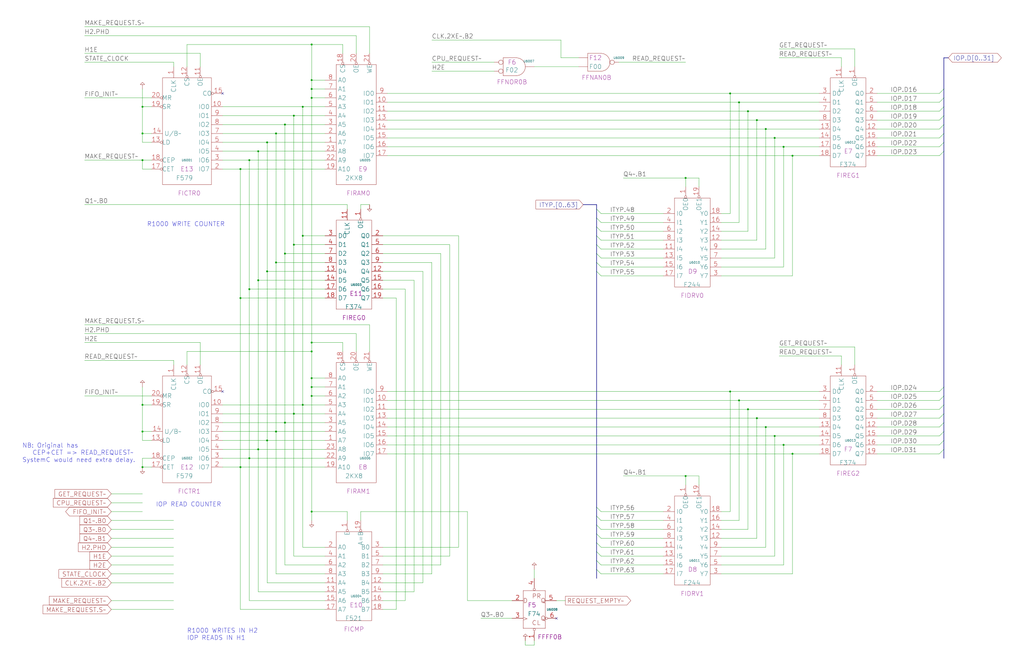
<source format=kicad_sch>
(kicad_sch (version 20230121) (generator eeschema)
  (paper "User" 584.2 378.46)
  (title_block (title "FIFOS\\nREQUEST FIFO") (date "22-SEP-90") (rev "2.0") (comment 1 "IOC") (comment 2 "232-003061") (comment 3 "S400") (comment 4 "RELEASED"))
  (lib_symbols
    (symbol "r1000:2KX8" (pin_names (offset 1.016))
      (property "Reference" "U" (at 2.54 5.08 0))
      (property "Value" "2KX8" (at -8.89 -5.08 0))
      (property "Location" "___" (at -1.27 0 0))
      (property "Name" "______" (at -1.27 -15.24 0))
      (symbol "2KX8_1_1"
        (rectangle (start -13.97 59.69) (end 8.89 -8.89))
        (circle (center -10.16 60.325) (radius 0.635))
        (circle (center -2.54 60.325) (radius 0.635))
        (circle (center 5.08 60.325) (radius 0.635))
        (pin input line (at -20.32 15.24 0) (length 6.35) (name "A7") (number "1"))
        (pin bidirectional line (at 15.24 38.1 180) (length 6.35) (name "IO1") (number "10"))
        (pin bidirectional line (at 15.24 33.02 180) (length 6.35) (name "IO2") (number "11"))
        (pin bidirectional line (at 15.24 27.94 180) (length 6.35) (name "IO3") (number "13"))
        (pin bidirectional line (at 15.24 22.86 180) (length 6.35) (name "IO4") (number "14"))
        (pin bidirectional line (at 15.24 17.78 180) (length 6.35) (name "IO5") (number "15"))
        (pin bidirectional line (at 15.24 12.7 180) (length 6.35) (name "IO6") (number "16"))
        (pin bidirectional line (at 15.24 7.62 180) (length 6.35) (name "IO7") (number "17"))
        (pin input line (at -10.16 66.04 270) (length 5.08) (name "CS") (number "18"))
        (pin input line (at -20.32 0 0) (length 6.35) (name "A10") (number "19"))
        (pin input line (at -20.32 20.32 0) (length 6.35) (name "A6") (number "2"))
        (pin input line (at -2.54 66.04 270) (length 5.08) (name "OE") (number "20"))
        (pin input line (at 5.08 66.04 270) (length 5.08) (name "WE") (number "21"))
        (pin input line (at -20.32 5.08 0) (length 6.35) (name "A9") (number "22"))
        (pin input line (at -20.32 10.16 0) (length 6.35) (name "A8") (number "23"))
        (pin input line (at -20.32 25.4 0) (length 6.35) (name "A5") (number "3"))
        (pin input line (at -20.32 30.48 0) (length 6.35) (name "A4") (number "4"))
        (pin input line (at -20.32 35.56 0) (length 6.35) (name "A3") (number "5"))
        (pin input line (at -20.32 40.64 0) (length 6.35) (name "A2") (number "6"))
        (pin input line (at -20.32 45.72 0) (length 6.35) (name "A1") (number "7"))
        (pin input line (at -20.32 50.8 0) (length 6.35) (name "A0") (number "8"))
        (pin bidirectional line (at 15.24 43.18 180) (length 6.35) (name "IO0") (number "9"))
      )
    )
    (symbol "r1000:F00" (pin_numbers hide) (pin_names hide)
      (property "Reference" "U" (at 15.24 0 0))
      (property "Value" "F00" (at 1.905 -5.08 0))
      (property "Location" "___" (at 1.905 0 0))
      (property "Name" "______" (at 2.54 -12.7 0))
      (symbol "F00_0_1"
        (polyline (pts (xy -2.54 -7.62) (xy 5.08 -7.62)) (stroke (width 0.1524)))
        (polyline (pts (xy -2.54 2.54) (xy -2.54 -7.62)) (stroke (width 0.1524)))
        (polyline (pts (xy -2.54 2.54) (xy 5.08 2.54)) (stroke (width 0.1524)))
        (arc (start 5.08 -7.62) (mid 10.1282 -2.54) (end 5.08 2.54) (stroke (width 0.1524)))
        (circle (center 11.43 -2.54) (radius 1.27) (stroke (width 0.1524)))
      )
      (symbol "F00_0_2"
        (circle (center -3.81 -5.08) (radius 1.27) (stroke (width 0.1524)))
        (circle (center -3.81 0) (radius 1.27) (stroke (width 0.1524)))
        (arc (start -3.175 -7.62) (mid -2.134 -2.54) (end -3.175 2.54) (stroke (width 0.1524)))
        (polyline (pts (xy -3.175 -7.62) (xy 3.81 -7.62)) (stroke (width 0.1524)))
        (polyline (pts (xy -3.175 2.54) (xy 3.81 2.54)) (stroke (width 0.1524)))
        (arc (start 3.81 -7.62) (mid 7.5855 -5.8306) (end 10.16 -2.54) (stroke (width 0.1524)))
        (arc (start 10.16 -2.54) (mid 7.5827 0.7471) (end 3.81 2.54) (stroke (width 0.1524)))
      )
      (symbol "F00_1_1"
        (pin input line (at -7.62 0 0) (length 5.08) (name "D0") (number "1"))
        (pin input line (at -7.62 -5.08 0) (length 5.08) (name "D1") (number "2"))
        (pin output line (at 15.24 -2.54 180) (length 2.54) (name "Q") (number "3"))
      )
      (symbol "F00_1_2"
        (pin input line (at -7.62 0 0) (length 2.54) (name "D0") (number "1"))
        (pin input line (at -7.62 -5.08 0) (length 2.54) (name "D1") (number "2"))
        (pin output line (at 15.24 -2.54 180) (length 5.08) (name "Q") (number "3"))
      )
    )
    (symbol "r1000:F02" (pin_numbers hide) (pin_names hide)
      (property "Reference" "U" (at 12.16 0.635 0))
      (property "Value" "F02" (at -1.27 -4.445 0))
      (property "Location" "___" (at 2.54 0 0))
      (property "Name" "______" (at 2.54 -12.7 0))
      (symbol "F02_0_1"
        (arc (start -3.81 -7.62) (mid -2.9847 -2.54) (end -3.81 2.54) (stroke (width 0.1524)))
        (polyline (pts (xy -5.08 -5.08) (xy -3.175 -5.08)) (stroke (width 0.1524)))
        (polyline (pts (xy -5.08 0) (xy -3.175 0)) (stroke (width 0.1524)))
        (polyline (pts (xy -3.81 -7.62) (xy 2.54 -7.62)) (stroke (width 0.1524)))
        (polyline (pts (xy -3.81 2.54) (xy 2.54 2.54)) (stroke (width 0.1524)))
        (polyline (pts (xy 13.97 -2.54) (xy 12.7 -2.54)) (stroke (width 0.1524)))
        (arc (start 2.54 -7.62) (mid 6.9515 -5.9823) (end 10.16 -2.54) (stroke (width 0.1524)))
        (arc (start 10.16 -2.54) (mid 6.9478 0.8966) (end 2.54 2.54) (stroke (width 0.1524)))
        (circle (center 11.43 -2.54) (radius 1.27) (stroke (width 0.1524)))
      )
      (symbol "F02_0_2"
        (circle (center -3.81 -5.08) (radius 1.27) (stroke (width 0.1524)))
        (circle (center -3.81 0) (radius 1.27) (stroke (width 0.1524)))
        (polyline (pts (xy -2.54 -7.62) (xy 5.08 -7.62)) (stroke (width 0.1524)))
        (polyline (pts (xy -2.54 2.54) (xy -2.54 -7.62)) (stroke (width 0.1524)))
        (polyline (pts (xy -2.54 2.54) (xy 5.08 2.54)) (stroke (width 0.1524)))
        (polyline (pts (xy 11.43 -2.54) (xy 10.16 -2.54)) (stroke (width 0.1524)))
        (polyline (pts (xy 11.43 -2.54) (xy 12.7 -2.54)) (stroke (width 0.1524)))
        (arc (start 5.08 -7.62) (mid 10.1282 -2.54) (end 5.08 2.54) (stroke (width 0.1524)))
      )
      (symbol "F02_1_1"
        (pin input line (at -7.62 0 0) (length 2.54) (name "D0") (number "1"))
        (pin input line (at -7.62 -5.08 0) (length 2.54) (name "D1") (number "2"))
        (pin output line (at 15.24 -2.54 180) (length 1.27) (name "Q") (number "3"))
      )
      (symbol "F02_1_2"
        (pin input line (at -7.62 0 0) (length 2.54) (name "D0") (number "1"))
        (pin input line (at -7.62 -5.08 0) (length 2.54) (name "D1") (number "2"))
        (pin output line (at 15.24 -2.54 180) (length 2.54) (name "Q") (number "3"))
      )
    )
    (symbol "r1000:F244" (pin_names (offset 1.016))
      (property "Reference" "U" (at 2.54 5.08 0))
      (property "Value" "F244" (at -3.81 -7.62 0))
      (property "Location" "___" (at -1.27 0 0))
      (property "Name" "______" (at 1.27 -15.24 0))
      (symbol "F244_1_1"
        (rectangle (start -8.89 41.91) (end 11.43 -8.89))
        (circle (center -2.54 42.545) (radius 0.635))
        (circle (center 5.08 42.545) (radius 0.635))
        (pin input line (at -2.54 48.26 270) (length 5.08) (name "OE0") (number "1"))
        (pin input line (at -15.24 12.7 0) (length 6.35) (name "I4") (number "11"))
        (pin tri_state line (at 17.78 17.78 180) (length 6.35) (name "Y3") (number "12"))
        (pin input line (at -15.24 7.62 0) (length 6.35) (name "I5") (number "13"))
        (pin tri_state line (at 17.78 22.86 180) (length 6.35) (name "Y2") (number "14"))
        (pin input line (at -15.24 2.54 0) (length 6.35) (name "I6") (number "15"))
        (pin tri_state line (at 17.78 27.94 180) (length 6.35) (name "Y1") (number "16"))
        (pin input line (at -15.24 -2.54 0) (length 6.35) (name "I7") (number "17"))
        (pin tri_state line (at 17.78 33.02 180) (length 6.35) (name "Y0") (number "18"))
        (pin input line (at 5.08 48.26 270) (length 5.08) (name "OE1") (number "19"))
        (pin input line (at -15.24 33.02 0) (length 6.35) (name "I0") (number "2"))
        (pin tri_state line (at 17.78 -2.54 180) (length 6.35) (name "Y7") (number "3"))
        (pin input line (at -15.24 27.94 0) (length 6.35) (name "I1") (number "4"))
        (pin tri_state line (at 17.78 2.54 180) (length 6.35) (name "Y6") (number "5"))
        (pin input line (at -15.24 22.86 0) (length 6.35) (name "I2") (number "6"))
        (pin tri_state line (at 17.78 7.62 180) (length 6.35) (name "Y5") (number "7"))
        (pin input line (at -15.24 17.78 0) (length 6.35) (name "I3") (number "8"))
        (pin tri_state line (at 17.78 12.7 180) (length 6.35) (name "Y4") (number "9"))
      )
    )
    (symbol "r1000:F374" (pin_names (offset 1.016))
      (property "Reference" "U" (at 2.54 5.08 0))
      (property "Value" "F374" (at -3.81 -7.62 0))
      (property "Location" "___" (at -1.27 0 0))
      (property "Name" "______" (at 1.27 -15.24 0))
      (symbol "F374_1_1"
        (rectangle (start -8.89 41.91) (end 11.43 -8.89))
        (circle (center 5.08 42.545) (radius 0.635))
        (pin input line (at 5.08 48.26 270) (length 5.08) (name "OE") (number "1"))
        (pin input line (at -2.54 48.26 270) (length 6.35) (name "CLK") (number "11"))
        (pin tri_state line (at 17.78 12.7 180) (length 6.35) (name "Q4") (number "12"))
        (pin input line (at -15.24 12.7 0) (length 6.35) (name "D4") (number "13"))
        (pin input line (at -15.24 7.62 0) (length 6.35) (name "D5") (number "14"))
        (pin tri_state line (at 17.78 7.62 180) (length 6.35) (name "Q5") (number "15"))
        (pin tri_state line (at 17.78 2.54 180) (length 6.35) (name "Q6") (number "16"))
        (pin input line (at -15.24 2.54 0) (length 6.35) (name "D6") (number "17"))
        (pin input line (at -15.24 -2.54 0) (length 6.35) (name "D7") (number "18"))
        (pin tri_state line (at 17.78 -2.54 180) (length 6.35) (name "Q7") (number "19"))
        (pin tri_state line (at 17.78 33.02 180) (length 6.35) (name "Q0") (number "2"))
        (pin input line (at -15.24 33.02 0) (length 6.35) (name "D0") (number "3"))
        (pin input line (at -15.24 27.94 0) (length 6.35) (name "D1") (number "4"))
        (pin tri_state line (at 17.78 27.94 180) (length 6.35) (name "Q1") (number "5"))
        (pin tri_state line (at 17.78 22.86 180) (length 6.35) (name "Q2") (number "6"))
        (pin input line (at -15.24 22.86 0) (length 6.35) (name "D2") (number "7"))
        (pin input line (at -15.24 17.78 0) (length 6.35) (name "D3") (number "8"))
        (pin tri_state line (at 17.78 17.78 180) (length 6.35) (name "Q3") (number "9"))
      )
    )
    (symbol "r1000:F521" (pin_names (offset 1.016))
      (property "Reference" "U" (at 2.54 5.08 0))
      (property "Value" "F521" (at -3.81 -7.62 0))
      (property "Location" "___" (at -1.27 0 0))
      (property "Name" "______" (at 1.27 -15.24 0))
      (symbol "F521_1_1"
        (rectangle (start -8.89 41.91) (end 11.43 -8.89))
        (circle (center -2.54 42.545) (radius 0.635))
        (circle (center 5.08 42.545) (radius 0.635))
        (pin input line (at -2.54 48.26 270) (length 5.08) (name "E") (number "1"))
        (pin input line (at -15.24 12.7 0) (length 6.35) (name "A4") (number "11"))
        (pin input line (at 17.78 12.7 180) (length 6.35) (name "B4") (number "12"))
        (pin input line (at -15.24 7.62 0) (length 6.35) (name "A5") (number "13"))
        (pin input line (at 17.78 7.62 180) (length 6.35) (name "B5") (number "14"))
        (pin input line (at -15.24 2.54 0) (length 6.35) (name "A6") (number "15"))
        (pin input line (at 17.78 2.54 180) (length 6.35) (name "B6") (number "16"))
        (pin input line (at -15.24 -2.54 0) (length 6.35) (name "A7") (number "17"))
        (pin input line (at 17.78 -2.54 180) (length 6.35) (name "B7") (number "18"))
        (pin output line (at 5.08 48.26 270) (length 5.08) (name "A=B") (number "19"))
        (pin input line (at -15.24 33.02 0) (length 6.35) (name "A0") (number "2"))
        (pin input line (at 17.78 33.02 180) (length 6.35) (name "B0") (number "3"))
        (pin input line (at -15.24 27.94 0) (length 6.35) (name "A1") (number "4"))
        (pin input line (at 17.78 27.94 180) (length 6.35) (name "B1") (number "5"))
        (pin input line (at -15.24 22.86 0) (length 6.35) (name "A2") (number "6"))
        (pin input line (at 17.78 22.86 180) (length 6.35) (name "B2") (number "7"))
        (pin input line (at -15.24 17.78 0) (length 6.35) (name "A3") (number "8"))
        (pin input line (at 17.78 17.78 180) (length 6.35) (name "B3") (number "9"))
      )
    )
    (symbol "r1000:F579" (pin_names (offset 1.016))
      (property "Reference" "U" (at 2.54 5.08 0))
      (property "Value" "F579" (at -3.81 -5.08 0))
      (property "Location" "___" (at -1.27 0 0))
      (property "Name" "______" (at 3.81 -15.24 0))
      (symbol "F579_1_1"
        (circle (center -12.065 0) (radius 0.635))
        (circle (center -12.065 5.08) (radius 0.635))
        (circle (center -12.065 15.24) (radius 0.635))
        (circle (center -12.065 35.56) (radius 0.635))
        (circle (center -12.065 40.64) (radius 0.635))
        (rectangle (start -11.43 52.07) (end 16.51 -8.89))
        (circle (center 2.54 52.705) (radius 0.635))
        (circle (center 10.16 52.705) (radius 0.635))
        (circle (center 17.145 43.18) (radius 0.635))
        (pin input line (at -5.08 58.42 270) (length 6.35) (name "CLK") (number "1"))
        (pin bidirectional line (at 22.86 35.56 180) (length 6.35) (name "IO0") (number "10"))
        (pin input line (at 10.16 58.42 270) (length 5.08) (name "OE") (number "11"))
        (pin input line (at 2.54 58.42 270) (length 5.08) (name "CS") (number "12"))
        (pin input line (at -17.78 15.24 0) (length 5.08) (name "LD") (number "13"))
        (pin input line (at -17.78 20.32 0) (length 6.35) (name "U/B~") (number "14"))
        (pin output line (at 22.86 43.18 180) (length 5.08) (name "CO") (number "15"))
        (pin input line (at -17.78 0 0) (length 5.08) (name "CET") (number "17"))
        (pin input line (at -17.78 5.08 0) (length 5.08) (name "CEP") (number "18"))
        (pin input line (at -17.78 35.56 0) (length 5.08) (name "SR") (number "19"))
        (pin bidirectional line (at 22.86 0 180) (length 6.35) (name "IO7") (number "2"))
        (pin input line (at -17.78 40.64 0) (length 5.08) (name "MR") (number "20"))
        (pin bidirectional line (at 22.86 5.08 180) (length 6.35) (name "IO6") (number "3"))
        (pin bidirectional line (at 22.86 10.16 180) (length 6.35) (name "IO5") (number "4"))
        (pin bidirectional line (at 22.86 15.24 180) (length 6.35) (name "IO4") (number "5"))
        (pin bidirectional line (at 22.86 20.32 180) (length 6.35) (name "IO3") (number "7"))
        (pin bidirectional line (at 22.86 25.4 180) (length 6.35) (name "IO2") (number "8"))
        (pin bidirectional line (at 22.86 30.48 180) (length 6.35) (name "IO1") (number "9"))
      )
    )
    (symbol "r1000:F74" (pin_names (offset 1.016) hide)
      (property "Reference" "U" (at 12.7 -2.54 0))
      (property "Value" "F74" (at -1.27 -5.08 0))
      (property "Location" "___" (at -1.27 0 0))
      (property "Name" "______" (at 11.43 -19.685 0))
      (symbol "F74_0_1"
        (rectangle (start -3.81 8.255) (end 8.89 -13.335) (stroke (width 0.1524)))
        (polyline (pts (xy 2.54 -15.24) (xy 2.54 -14.605)) (stroke (width 0.1524)))
        (polyline (pts (xy 2.54 10.16) (xy 2.54 9.525)) (stroke (width 0.1524)))
      )
      (symbol "F74_1_1"
        (circle (center 2.54 -13.97) (radius 0.635))
        (circle (center 2.54 8.89) (radius 0.635))
        (circle (center 9.525 -7.62) (radius 0.635))
        (text ">" (at -2.54 -7.62 0) (effects (font (size 2.54 2.54))))
        (text "C" (at 2.54 -10.16 0) (effects (font (size 2.54 2.54))))
        (text "D" (at -2.54 2.54 0) (effects (font (size 2.54 2.54))))
        (text "L" (at 5.08 -10.16 0) (effects (font (size 2.54 2.54))))
        (text "P" (at 2.54 5.08 0) (effects (font (size 2.54 2.54))))
        (text "Q" (at 7.62 -7.62 0) (effects (font (size 2.54 2.54))))
        (text "Q" (at 7.62 2.54 0) (effects (font (size 2.54 2.54))))
        (text "R" (at 5.08 5.08 0) (effects (font (size 2.54 2.54))))
        (pin input line (at 2.54 -20.32 90) (length 5.08) (name "CL_") (number "1"))
        (pin input line (at -10.16 2.54 0) (length 6.35) (name "D") (number "2"))
        (pin input line (at -10.16 -7.62 0) (length 6.35) (name "CLK") (number "3"))
        (pin input line (at 2.54 15.24 270) (length 5.08) (name "PR_") (number "4"))
        (pin output line (at 15.24 2.54 180) (length 6.35) (name "Q") (number "5"))
        (pin output line (at 15.24 -7.62 180) (length 5.08) (name "Q_") (number "6"))
      )
    )
    (symbol "r1000:PD" (power) (pin_numbers hide) (pin_names hide) (in_bom no)
      (symbol "PD_0_1"
        (polyline (pts (xy 0 -2.54) (xy 1.27 -2.54) (xy 0 -3.81) (xy -1.27 -2.54) (xy 0 -2.54)) (stroke (width 0.1524)))
      )
      (symbol "PD_1_1"
        (pin power_in line (at 0 0 270) (length 2.54) (name "PD") (number "1"))
      )
    )
    (symbol "r1000:PU" (power) (pin_numbers hide) (pin_names hide)
      (symbol "PU_0_1"
        (polyline (pts (xy 0 2.54) (xy -1.27 2.54) (xy 0 3.81) (xy 1.27 2.54) (xy 0 2.54)) (stroke (width 0.1524)))
      )
      (symbol "PU_1_1"
        (pin power_in line (at 0 0 90) (length 2.54) (name "PU") (number "1"))
      )
    )
  )
  (junction (at 147.32 160.02))
  (junction (at 421.64 228.6))
  (junction (at 172.72 134.62))
  (junction (at 81.28 231.14))
  (junction (at 177.8 55.88))
  (junction (at 142.24 165.1))
  (junction (at 177.8 220.98))
  (junction (at 167.64 139.7))
  (junction (at 172.72 231.14))
  (junction (at 177.8 50.8))
  (junction (at 436.88 73.66))
  (junction (at 147.32 256.54))
  (junction (at 177.8 215.9))
  (junction (at 162.56 241.3))
  (junction (at 142.24 261.62))
  (junction (at 142.24 91.44))
  (junction (at 177.8 195.58))
  (junction (at 152.4 81.28))
  (junction (at 172.72 60.96))
  (junction (at 177.8 200.66))
  (junction (at 137.16 170.18))
  (junction (at 421.64 58.42))
  (junction (at 162.56 144.78))
  (junction (at 431.8 238.76))
  (junction (at 452.12 259.08))
  (junction (at 167.64 236.22))
  (junction (at 177.8 25.4))
  (junction (at 157.48 246.38))
  (junction (at 447.04 83.82))
  (junction (at 177.8 226.06))
  (junction (at 152.4 154.94))
  (junction (at 157.48 149.86))
  (junction (at 81.28 246.38))
  (junction (at 137.16 266.7))
  (junction (at 81.28 266.7))
  (junction (at 167.64 66.04))
  (junction (at 431.8 68.58))
  (junction (at 426.72 233.68))
  (junction (at 157.48 76.2))
  (junction (at 436.88 243.84))
  (junction (at 391.16 271.78))
  (junction (at 441.96 248.92))
  (junction (at 177.8 292.1))
  (junction (at 416.56 53.34))
  (junction (at 81.28 60.96))
  (junction (at 447.04 254))
  (junction (at 81.28 91.44))
  (junction (at 147.32 86.36))
  (junction (at 177.8 45.72))
  (junction (at 162.56 71.12))
  (junction (at 152.4 251.46))
  (junction (at 81.28 76.2))
  (junction (at 441.96 78.74))
  (junction (at 426.72 63.5))
  (junction (at 391.16 101.6))
  (junction (at 137.16 96.52))
  (junction (at 452.12 88.9))
  (junction (at 416.56 223.52))
  (no_connect (at 127 223.52))
  (no_connect (at 317.5 353.06))
  (no_connect (at 127 53.34))
  (bus_entry (at 340.36 299.72) (size 2.54 2.54))
  (bus_entry (at 340.36 119.38) (size 2.54 2.54))
  (bus_entry (at 538.48 55.88) (size -2.54 2.54))
  (bus_entry (at 538.48 231.14) (size -2.54 2.54))
  (bus_entry (at 538.48 220.98) (size -2.54 2.54))
  (bus_entry (at 538.48 251.46) (size -2.54 2.54))
  (bus_entry (at 340.36 124.46) (size 2.54 2.54))
  (bus_entry (at 340.36 154.94) (size 2.54 2.54))
  (bus_entry (at 538.48 60.96) (size -2.54 2.54))
  (bus_entry (at 538.48 66.04) (size -2.54 2.54))
  (bus_entry (at 340.36 289.56) (size 2.54 2.54))
  (bus_entry (at 538.48 81.28) (size -2.54 2.54))
  (bus_entry (at 340.36 320.04) (size 2.54 2.54))
  (bus_entry (at 340.36 309.88) (size 2.54 2.54))
  (bus_entry (at 538.48 236.22) (size -2.54 2.54))
  (bus_entry (at 340.36 304.8) (size 2.54 2.54))
  (bus_entry (at 538.48 226.06) (size -2.54 2.54))
  (bus_entry (at 538.48 246.38) (size -2.54 2.54))
  (bus_entry (at 340.36 134.62) (size 2.54 2.54))
  (bus_entry (at 340.36 139.7) (size 2.54 2.54))
  (bus_entry (at 538.48 50.8) (size -2.54 2.54))
  (bus_entry (at 340.36 144.78) (size 2.54 2.54))
  (bus_entry (at 538.48 71.12) (size -2.54 2.54))
  (bus_entry (at 340.36 294.64) (size 2.54 2.54))
  (bus_entry (at 538.48 86.36) (size -2.54 2.54))
  (bus_entry (at 538.48 76.2) (size -2.54 2.54))
  (bus_entry (at 340.36 149.86) (size 2.54 2.54))
  (bus_entry (at 340.36 325.12) (size 2.54 2.54))
  (bus_entry (at 538.48 256.54) (size -2.54 2.54))
  (bus_entry (at 340.36 129.54) (size 2.54 2.54))
  (bus_entry (at 340.36 314.96) (size 2.54 2.54))
  (bus_entry (at 538.48 241.3) (size -2.54 2.54))
  (wire (pts (xy 320.04 33.02) (xy 320.04 22.86)))
  (wire (pts (xy 127 256.54) (xy 147.32 256.54)))
  (wire (pts (xy 185.42 342.9) (xy 142.24 342.9)))
  (wire (pts (xy 444.5 198.12) (xy 487.68 198.12)))
  (wire (pts (xy 81.28 76.2) (xy 81.28 60.96)))
  (bus (pts (xy 538.48 241.3) (xy 538.48 246.38)))
  (wire (pts (xy 157.48 327.66) (xy 157.48 246.38)))
  (wire (pts (xy 162.56 241.3) (xy 162.56 144.78)))
  (bus (pts (xy 538.48 71.12) (xy 538.48 76.2)))
  (wire (pts (xy 142.24 165.1) (xy 185.42 165.1)))
  (wire (pts (xy 81.28 76.2) (xy 86.36 76.2)))
  (bus (pts (xy 538.48 251.46) (xy 538.48 256.54)))
  (bus (pts (xy 332.74 116.84) (xy 340.36 116.84)))
  (bus (pts (xy 538.48 86.36) (xy 538.48 220.98)))
  (wire (pts (xy 452.12 88.9) (xy 467.36 88.9)))
  (bus (pts (xy 340.36 325.12) (xy 340.36 330.2)))
  (wire (pts (xy 431.8 137.16) (xy 431.8 68.58)))
  (wire (pts (xy 172.72 134.62) (xy 172.72 231.14)))
  (wire (pts (xy 137.16 170.18) (xy 185.42 170.18)))
  (wire (pts (xy 411.48 312.42) (xy 436.88 312.42)))
  (wire (pts (xy 48.26 30.48) (xy 114.3 30.48)))
  (wire (pts (xy 205.74 116.84) (xy 205.74 119.38)))
  (bus (pts (xy 340.36 139.7) (xy 340.36 144.78)))
  (wire (pts (xy 342.9 307.34) (xy 378.46 307.34)))
  (wire (pts (xy 203.2 200.66) (xy 203.2 190.5)))
  (wire (pts (xy 261.62 134.62) (xy 261.62 312.42)))
  (wire (pts (xy 127 86.36) (xy 147.32 86.36)))
  (wire (pts (xy 63.5 302.26) (xy 99.06 302.26)))
  (wire (pts (xy 411.48 292.1) (xy 416.56 292.1)))
  (wire (pts (xy 63.5 312.42) (xy 99.06 312.42)))
  (wire (pts (xy 220.98 243.84) (xy 436.88 243.84)))
  (bus (pts (xy 538.48 256.54) (xy 538.48 261.62)))
  (wire (pts (xy 185.42 332.74) (xy 152.4 332.74)))
  (bus (pts (xy 538.48 81.28) (xy 538.48 86.36)))
  (wire (pts (xy 162.56 71.12) (xy 185.42 71.12)))
  (wire (pts (xy 421.64 127) (xy 421.64 58.42)))
  (wire (pts (xy 447.04 83.82) (xy 467.36 83.82)))
  (wire (pts (xy 246.38 327.66) (xy 246.38 149.86)))
  (wire (pts (xy 177.8 215.9) (xy 185.42 215.9)))
  (wire (pts (xy 81.28 266.7) (xy 81.28 261.62)))
  (wire (pts (xy 48.26 226.06) (xy 86.36 226.06)))
  (wire (pts (xy 220.98 223.52) (xy 416.56 223.52)))
  (wire (pts (xy 487.68 38.1) (xy 487.68 27.94)))
  (wire (pts (xy 81.28 231.14) (xy 86.36 231.14)))
  (wire (pts (xy 157.48 149.86) (xy 157.48 76.2)))
  (wire (pts (xy 411.48 147.32) (xy 441.96 147.32)))
  (bus (pts (xy 340.36 309.88) (xy 340.36 314.96)))
  (wire (pts (xy 177.8 220.98) (xy 177.8 226.06)))
  (wire (pts (xy 210.82 15.24) (xy 48.26 15.24)))
  (wire (pts (xy 177.8 226.06) (xy 185.42 226.06)))
  (wire (pts (xy 142.24 261.62) (xy 185.42 261.62)))
  (wire (pts (xy 114.3 38.1) (xy 114.3 30.48)))
  (wire (pts (xy 411.48 322.58) (xy 447.04 322.58)))
  (wire (pts (xy 398.78 276.86) (xy 398.78 271.78)))
  (wire (pts (xy 177.8 220.98) (xy 185.42 220.98)))
  (bus (pts (xy 538.48 231.14) (xy 538.48 236.22)))
  (wire (pts (xy 500.38 254) (xy 535.94 254)))
  (wire (pts (xy 441.96 248.92) (xy 467.36 248.92)))
  (wire (pts (xy 185.42 337.82) (xy 147.32 337.82)))
  (bus (pts (xy 340.36 144.78) (xy 340.36 149.86)))
  (wire (pts (xy 411.48 317.5) (xy 441.96 317.5)))
  (wire (pts (xy 48.26 205.74) (xy 99.06 205.74)))
  (wire (pts (xy 441.96 147.32) (xy 441.96 78.74)))
  (wire (pts (xy 48.26 20.32) (xy 203.2 20.32)))
  (wire (pts (xy 152.4 81.28) (xy 185.42 81.28)))
  (wire (pts (xy 172.72 60.96) (xy 185.42 60.96)))
  (bus (pts (xy 340.36 294.64) (xy 340.36 299.72)))
  (wire (pts (xy 411.48 302.26) (xy 426.72 302.26)))
  (wire (pts (xy 391.16 101.6) (xy 391.16 106.68)))
  (bus (pts (xy 340.36 304.8) (xy 340.36 309.88)))
  (wire (pts (xy 152.4 251.46) (xy 152.4 154.94)))
  (wire (pts (xy 231.14 342.9) (xy 218.44 342.9)))
  (wire (pts (xy 411.48 327.66) (xy 452.12 327.66)))
  (wire (pts (xy 487.68 208.28) (xy 487.68 198.12)))
  (wire (pts (xy 81.28 91.44) (xy 86.36 91.44)))
  (wire (pts (xy 198.12 119.38) (xy 198.12 116.84)))
  (wire (pts (xy 152.4 332.74) (xy 152.4 251.46)))
  (wire (pts (xy 48.26 190.5) (xy 203.2 190.5)))
  (wire (pts (xy 142.24 261.62) (xy 142.24 165.1)))
  (wire (pts (xy 411.48 307.34) (xy 431.8 307.34)))
  (wire (pts (xy 147.32 160.02) (xy 185.42 160.02)))
  (wire (pts (xy 177.8 25.4) (xy 177.8 45.72)))
  (wire (pts (xy 342.9 312.42) (xy 378.46 312.42)))
  (wire (pts (xy 436.88 243.84) (xy 467.36 243.84)))
  (wire (pts (xy 81.28 60.96) (xy 86.36 60.96)))
  (wire (pts (xy 220.98 233.68) (xy 426.72 233.68)))
  (wire (pts (xy 480.06 33.02) (xy 444.5 33.02)))
  (wire (pts (xy 500.38 83.82) (xy 535.94 83.82)))
  (wire (pts (xy 391.16 101.6) (xy 398.78 101.6)))
  (wire (pts (xy 391.16 271.78) (xy 391.16 276.86)))
  (wire (pts (xy 411.48 157.48) (xy 452.12 157.48)))
  (wire (pts (xy 220.98 88.9) (xy 452.12 88.9)))
  (wire (pts (xy 81.28 231.14) (xy 81.28 220.98)))
  (wire (pts (xy 198.12 292.1) (xy 177.8 292.1)))
  (wire (pts (xy 436.88 312.42) (xy 436.88 243.84)))
  (wire (pts (xy 342.9 147.32) (xy 378.46 147.32)))
  (wire (pts (xy 266.7 292.1) (xy 266.7 342.9)))
  (wire (pts (xy 220.98 63.5) (xy 426.72 63.5)))
  (wire (pts (xy 416.56 53.34) (xy 467.36 53.34)))
  (wire (pts (xy 500.38 53.34) (xy 535.94 53.34)))
  (wire (pts (xy 342.9 292.1) (xy 378.46 292.1)))
  (wire (pts (xy 220.98 68.58) (xy 431.8 68.58)))
  (wire (pts (xy 127 241.3) (xy 162.56 241.3)))
  (wire (pts (xy 220.98 228.6) (xy 421.64 228.6)))
  (wire (pts (xy 127 246.38) (xy 157.48 246.38)))
  (wire (pts (xy 218.44 165.1) (xy 231.14 165.1)))
  (wire (pts (xy 299.72 368.3) (xy 299.72 365.76)))
  (wire (pts (xy 157.48 246.38) (xy 157.48 149.86)))
  (wire (pts (xy 147.32 337.82) (xy 147.32 256.54)))
  (wire (pts (xy 185.42 327.66) (xy 157.48 327.66)))
  (wire (pts (xy 436.88 73.66) (xy 467.36 73.66)))
  (wire (pts (xy 411.48 152.4) (xy 447.04 152.4)))
  (wire (pts (xy 137.16 347.98) (xy 137.16 266.7)))
  (wire (pts (xy 317.5 342.9) (xy 322.58 342.9)))
  (bus (pts (xy 538.48 246.38) (xy 538.48 251.46)))
  (wire (pts (xy 218.44 337.82) (xy 236.22 337.82)))
  (wire (pts (xy 162.56 241.3) (xy 185.42 241.3)))
  (wire (pts (xy 81.28 246.38) (xy 86.36 246.38)))
  (wire (pts (xy 81.28 60.96) (xy 81.28 50.8)))
  (wire (pts (xy 127 96.52) (xy 137.16 96.52)))
  (wire (pts (xy 177.8 25.4) (xy 195.58 25.4)))
  (bus (pts (xy 340.36 289.56) (xy 340.36 294.64)))
  (wire (pts (xy 162.56 322.58) (xy 162.56 241.3)))
  (wire (pts (xy 411.48 121.92) (xy 416.56 121.92)))
  (wire (pts (xy 195.58 200.66) (xy 195.58 195.58)))
  (wire (pts (xy 157.48 76.2) (xy 185.42 76.2)))
  (wire (pts (xy 342.9 121.92) (xy 378.46 121.92)))
  (wire (pts (xy 426.72 63.5) (xy 467.36 63.5)))
  (wire (pts (xy 81.28 96.52) (xy 81.28 91.44)))
  (wire (pts (xy 411.48 137.16) (xy 431.8 137.16)))
  (bus (pts (xy 340.36 320.04) (xy 340.36 325.12)))
  (wire (pts (xy 147.32 86.36) (xy 185.42 86.36)))
  (wire (pts (xy 500.38 228.6) (xy 535.94 228.6)))
  (wire (pts (xy 320.04 22.86) (xy 246.38 22.86)))
  (wire (pts (xy 177.8 50.8) (xy 177.8 55.88)))
  (wire (pts (xy 220.98 73.66) (xy 436.88 73.66)))
  (wire (pts (xy 304.8 368.3) (xy 299.72 368.3)))
  (wire (pts (xy 177.8 55.88) (xy 177.8 195.58)))
  (wire (pts (xy 426.72 233.68) (xy 467.36 233.68)))
  (wire (pts (xy 137.16 170.18) (xy 137.16 96.52)))
  (wire (pts (xy 157.48 246.38) (xy 185.42 246.38)))
  (wire (pts (xy 147.32 256.54) (xy 147.32 160.02)))
  (wire (pts (xy 220.98 259.08) (xy 452.12 259.08)))
  (wire (pts (xy 142.24 342.9) (xy 142.24 261.62)))
  (wire (pts (xy 172.72 134.62) (xy 185.42 134.62)))
  (wire (pts (xy 63.5 347.98) (xy 99.06 347.98)))
  (wire (pts (xy 500.38 259.08) (xy 535.94 259.08)))
  (wire (pts (xy 342.9 142.24) (xy 378.46 142.24)))
  (wire (pts (xy 81.28 81.28) (xy 81.28 76.2)))
  (wire (pts (xy 391.16 271.78) (xy 398.78 271.78)))
  (wire (pts (xy 210.82 30.48) (xy 210.82 15.24)))
  (wire (pts (xy 127 71.12) (xy 162.56 71.12)))
  (wire (pts (xy 342.9 152.4) (xy 378.46 152.4)))
  (wire (pts (xy 220.98 58.42) (xy 421.64 58.42)))
  (wire (pts (xy 342.9 327.66) (xy 378.46 327.66)))
  (wire (pts (xy 63.5 287.02) (xy 81.28 287.02)))
  (wire (pts (xy 342.9 127) (xy 378.46 127)))
  (bus (pts (xy 538.48 55.88) (xy 538.48 60.96)))
  (wire (pts (xy 218.44 154.94) (xy 241.3 154.94)))
  (wire (pts (xy 220.98 254) (xy 447.04 254)))
  (wire (pts (xy 106.68 38.1) (xy 106.68 25.4)))
  (wire (pts (xy 342.9 137.16) (xy 378.46 137.16)))
  (bus (pts (xy 340.36 124.46) (xy 340.36 129.54)))
  (wire (pts (xy 142.24 91.44) (xy 185.42 91.44)))
  (wire (pts (xy 127 236.22) (xy 167.64 236.22)))
  (wire (pts (xy 342.9 302.26) (xy 378.46 302.26)))
  (wire (pts (xy 127 81.28) (xy 152.4 81.28)))
  (wire (pts (xy 63.5 292.1) (xy 81.28 292.1)))
  (wire (pts (xy 436.88 142.24) (xy 436.88 73.66)))
  (wire (pts (xy 172.72 231.14) (xy 185.42 231.14)))
  (wire (pts (xy 48.26 91.44) (xy 81.28 91.44)))
  (bus (pts (xy 538.48 76.2) (xy 538.48 81.28)))
  (wire (pts (xy 86.36 251.46) (xy 81.28 251.46)))
  (wire (pts (xy 330.2 33.02) (xy 320.04 33.02)))
  (wire (pts (xy 220.98 238.76) (xy 431.8 238.76)))
  (wire (pts (xy 152.4 154.94) (xy 185.42 154.94)))
  (wire (pts (xy 421.64 58.42) (xy 467.36 58.42)))
  (wire (pts (xy 226.06 170.18) (xy 218.44 170.18)))
  (wire (pts (xy 81.28 246.38) (xy 81.28 231.14)))
  (wire (pts (xy 500.38 63.5) (xy 535.94 63.5)))
  (wire (pts (xy 500.38 238.76) (xy 535.94 238.76)))
  (wire (pts (xy 452.12 157.48) (xy 452.12 88.9)))
  (wire (pts (xy 411.48 132.08) (xy 426.72 132.08)))
  (wire (pts (xy 426.72 302.26) (xy 426.72 233.68)))
  (wire (pts (xy 127 261.62) (xy 142.24 261.62)))
  (wire (pts (xy 177.8 50.8) (xy 185.42 50.8)))
  (wire (pts (xy 106.68 208.28) (xy 106.68 200.66)))
  (wire (pts (xy 480.06 38.1) (xy 480.06 33.02)))
  (bus (pts (xy 538.48 66.04) (xy 538.48 71.12)))
  (bus (pts (xy 340.36 149.86) (xy 340.36 154.94)))
  (wire (pts (xy 355.6 271.78) (xy 391.16 271.78)))
  (wire (pts (xy 157.48 149.86) (xy 185.42 149.86)))
  (wire (pts (xy 411.48 142.24) (xy 436.88 142.24)))
  (wire (pts (xy 147.32 160.02) (xy 147.32 86.36)))
  (wire (pts (xy 220.98 83.82) (xy 447.04 83.82)))
  (wire (pts (xy 398.78 106.68) (xy 398.78 101.6)))
  (wire (pts (xy 342.9 322.58) (xy 378.46 322.58)))
  (wire (pts (xy 447.04 322.58) (xy 447.04 254)))
  (wire (pts (xy 251.46 322.58) (xy 218.44 322.58)))
  (wire (pts (xy 177.8 226.06) (xy 177.8 292.1)))
  (wire (pts (xy 99.06 208.28) (xy 99.06 205.74)))
  (wire (pts (xy 480.06 208.28) (xy 480.06 203.2)))
  (wire (pts (xy 441.96 317.5) (xy 441.96 248.92)))
  (wire (pts (xy 304.8 365.76) (xy 304.8 368.3)))
  (wire (pts (xy 411.48 297.18) (xy 421.64 297.18)))
  (wire (pts (xy 241.3 154.94) (xy 241.3 332.74)))
  (wire (pts (xy 452.12 259.08) (xy 467.36 259.08)))
  (wire (pts (xy 48.26 116.84) (xy 198.12 116.84)))
  (wire (pts (xy 444.5 203.2) (xy 480.06 203.2)))
  (wire (pts (xy 48.26 185.42) (xy 210.82 185.42)))
  (wire (pts (xy 127 91.44) (xy 142.24 91.44)))
  (wire (pts (xy 177.8 200.66) (xy 177.8 215.9)))
  (wire (pts (xy 416.56 53.34) (xy 416.56 121.92)))
  (wire (pts (xy 261.62 312.42) (xy 218.44 312.42)))
  (wire (pts (xy 81.28 251.46) (xy 81.28 246.38)))
  (wire (pts (xy 218.44 327.66) (xy 246.38 327.66)))
  (wire (pts (xy 431.8 307.34) (xy 431.8 238.76)))
  (wire (pts (xy 195.58 25.4) (xy 195.58 30.48)))
  (wire (pts (xy 152.4 251.46) (xy 185.42 251.46)))
  (wire (pts (xy 210.82 116.84) (xy 205.74 116.84)))
  (wire (pts (xy 177.8 45.72) (xy 177.8 50.8)))
  (wire (pts (xy 246.38 40.64) (xy 281.94 40.64)))
  (wire (pts (xy 416.56 292.1) (xy 416.56 223.52)))
  (wire (pts (xy 177.8 55.88) (xy 185.42 55.88)))
  (wire (pts (xy 218.44 317.5) (xy 256.54 317.5)))
  (wire (pts (xy 421.64 297.18) (xy 421.64 228.6)))
  (wire (pts (xy 500.38 248.92) (xy 535.94 248.92)))
  (wire (pts (xy 500.38 243.84) (xy 535.94 243.84)))
  (wire (pts (xy 127 76.2) (xy 157.48 76.2)))
  (wire (pts (xy 500.38 58.42) (xy 535.94 58.42)))
  (wire (pts (xy 167.64 236.22) (xy 167.64 139.7)))
  (wire (pts (xy 241.3 332.74) (xy 218.44 332.74)))
  (wire (pts (xy 266.7 342.9) (xy 292.1 342.9)))
  (wire (pts (xy 63.5 342.9) (xy 99.06 342.9)))
  (wire (pts (xy 256.54 139.7) (xy 218.44 139.7)))
  (wire (pts (xy 127 231.14) (xy 172.72 231.14)))
  (wire (pts (xy 63.5 322.58) (xy 99.06 322.58)))
  (wire (pts (xy 304.8 38.1) (xy 330.2 38.1)))
  (wire (pts (xy 431.8 238.76) (xy 467.36 238.76)))
  (wire (pts (xy 172.72 231.14) (xy 172.72 312.42)))
  (wire (pts (xy 86.36 81.28) (xy 81.28 81.28)))
  (wire (pts (xy 185.42 347.98) (xy 137.16 347.98)))
  (wire (pts (xy 500.38 68.58) (xy 535.94 68.58)))
  (wire (pts (xy 86.36 96.52) (xy 81.28 96.52)))
  (wire (pts (xy 210.82 200.66) (xy 210.82 185.42)))
  (wire (pts (xy 500.38 78.74) (xy 535.94 78.74)))
  (wire (pts (xy 416.56 223.52) (xy 467.36 223.52)))
  (wire (pts (xy 421.64 228.6) (xy 467.36 228.6)))
  (bus (pts (xy 538.48 33.02) (xy 541.02 33.02)))
  (wire (pts (xy 106.68 25.4) (xy 177.8 25.4)))
  (wire (pts (xy 152.4 154.94) (xy 152.4 81.28)))
  (wire (pts (xy 167.64 236.22) (xy 185.42 236.22)))
  (wire (pts (xy 342.9 157.48) (xy 378.46 157.48)))
  (wire (pts (xy 48.26 55.88) (xy 86.36 55.88)))
  (wire (pts (xy 220.98 78.74) (xy 441.96 78.74)))
  (wire (pts (xy 127 66.04) (xy 167.64 66.04)))
  (wire (pts (xy 236.22 160.02) (xy 218.44 160.02)))
  (wire (pts (xy 185.42 312.42) (xy 172.72 312.42)))
  (wire (pts (xy 114.3 208.28) (xy 114.3 195.58)))
  (wire (pts (xy 167.64 317.5) (xy 167.64 236.22)))
  (bus (pts (xy 340.36 119.38) (xy 340.36 124.46)))
  (wire (pts (xy 127 60.96) (xy 172.72 60.96)))
  (wire (pts (xy 137.16 96.52) (xy 185.42 96.52)))
  (bus (pts (xy 538.48 60.96) (xy 538.48 66.04)))
  (wire (pts (xy 251.46 144.78) (xy 251.46 322.58)))
  (wire (pts (xy 137.16 266.7) (xy 137.16 170.18)))
  (wire (pts (xy 500.38 73.66) (xy 535.94 73.66)))
  (bus (pts (xy 340.36 154.94) (xy 340.36 289.56)))
  (wire (pts (xy 218.44 347.98) (xy 226.06 347.98)))
  (wire (pts (xy 48.26 35.56) (xy 99.06 35.56)))
  (wire (pts (xy 167.64 139.7) (xy 185.42 139.7)))
  (wire (pts (xy 342.9 317.5) (xy 378.46 317.5)))
  (wire (pts (xy 63.5 332.74) (xy 99.06 332.74)))
  (wire (pts (xy 447.04 254) (xy 467.36 254)))
  (wire (pts (xy 487.68 27.94) (xy 444.5 27.94)))
  (bus (pts (xy 340.36 116.84) (xy 340.36 119.38)))
  (wire (pts (xy 177.8 45.72) (xy 185.42 45.72)))
  (wire (pts (xy 355.6 101.6) (xy 391.16 101.6)))
  (wire (pts (xy 236.22 337.82) (xy 236.22 160.02)))
  (wire (pts (xy 63.5 317.5) (xy 99.06 317.5)))
  (wire (pts (xy 500.38 233.68) (xy 535.94 233.68)))
  (wire (pts (xy 203.2 30.48) (xy 203.2 20.32)))
  (wire (pts (xy 167.64 139.7) (xy 167.64 66.04)))
  (wire (pts (xy 205.74 292.1) (xy 266.7 292.1)))
  (wire (pts (xy 246.38 149.86) (xy 218.44 149.86)))
  (wire (pts (xy 127 251.46) (xy 152.4 251.46)))
  (wire (pts (xy 452.12 327.66) (xy 452.12 259.08)))
  (wire (pts (xy 342.9 297.18) (xy 378.46 297.18)))
  (wire (pts (xy 162.56 144.78) (xy 185.42 144.78)))
  (wire (pts (xy 167.64 66.04) (xy 185.42 66.04)))
  (wire (pts (xy 63.5 327.66) (xy 99.06 327.66)))
  (wire (pts (xy 500.38 223.52) (xy 535.94 223.52)))
  (wire (pts (xy 162.56 144.78) (xy 162.56 71.12)))
  (wire (pts (xy 205.74 297.18) (xy 205.74 292.1)))
  (wire (pts (xy 81.28 261.62) (xy 86.36 261.62)))
  (wire (pts (xy 86.36 266.7) (xy 81.28 266.7)))
  (wire (pts (xy 441.96 78.74) (xy 467.36 78.74)))
  (wire (pts (xy 185.42 322.58) (xy 162.56 322.58)))
  (wire (pts (xy 304.8 325.12) (xy 304.8 330.2)))
  (wire (pts (xy 342.9 132.08) (xy 378.46 132.08)))
  (wire (pts (xy 220.98 248.92) (xy 441.96 248.92)))
  (wire (pts (xy 431.8 68.58) (xy 467.36 68.58)))
  (wire (pts (xy 177.8 292.1) (xy 177.8 297.18)))
  (wire (pts (xy 198.12 297.18) (xy 198.12 292.1)))
  (wire (pts (xy 500.38 88.9) (xy 535.94 88.9)))
  (wire (pts (xy 177.8 215.9) (xy 177.8 220.98)))
  (wire (pts (xy 99.06 38.1) (xy 99.06 35.56)))
  (bus (pts (xy 340.36 314.96) (xy 340.36 320.04)))
  (wire (pts (xy 246.38 35.56) (xy 281.94 35.56)))
  (wire (pts (xy 185.42 317.5) (xy 167.64 317.5)))
  (bus (pts (xy 538.48 236.22) (xy 538.48 241.3)))
  (bus (pts (xy 340.36 134.62) (xy 340.36 139.7)))
  (wire (pts (xy 218.44 144.78) (xy 251.46 144.78)))
  (wire (pts (xy 177.8 195.58) (xy 195.58 195.58)))
  (wire (pts (xy 226.06 347.98) (xy 226.06 170.18)))
  (bus (pts (xy 538.48 220.98) (xy 538.48 226.06)))
  (bus (pts (xy 538.48 226.06) (xy 538.48 231.14)))
  (wire (pts (xy 218.44 134.62) (xy 261.62 134.62)))
  (wire (pts (xy 48.26 195.58) (xy 114.3 195.58)))
  (wire (pts (xy 231.14 165.1) (xy 231.14 342.9)))
  (wire (pts (xy 63.5 297.18) (xy 99.06 297.18)))
  (wire (pts (xy 274.32 353.06) (xy 292.1 353.06)))
  (wire (pts (xy 353.06 35.56) (xy 391.16 35.56)))
  (wire (pts (xy 220.98 53.34) (xy 416.56 53.34)))
  (wire (pts (xy 172.72 60.96) (xy 172.72 134.62)))
  (bus (pts (xy 538.48 50.8) (xy 538.48 55.88)))
  (wire (pts (xy 106.68 200.66) (xy 177.8 200.66)))
  (bus (pts (xy 340.36 299.72) (xy 340.36 304.8)))
  (wire (pts (xy 137.16 266.7) (xy 185.42 266.7)))
  (wire (pts (xy 256.54 317.5) (xy 256.54 139.7)))
  (wire (pts (xy 142.24 165.1) (xy 142.24 91.44)))
  (wire (pts (xy 63.5 281.94) (xy 81.28 281.94)))
  (wire (pts (xy 426.72 132.08) (xy 426.72 63.5)))
  (bus (pts (xy 340.36 129.54) (xy 340.36 134.62)))
  (bus (pts (xy 538.48 33.02) (xy 538.48 50.8)))
  (wire (pts (xy 177.8 195.58) (xy 177.8 200.66)))
  (wire (pts (xy 411.48 127) (xy 421.64 127)))
  (wire (pts (xy 127 266.7) (xy 137.16 266.7)))
  (wire (pts (xy 447.04 152.4) (xy 447.04 83.82)))
  (wire (pts (xy 147.32 256.54) (xy 185.42 256.54)))
  (wire (pts (xy 63.5 307.34) (xy 99.06 307.34)))
  (text "NB: Original has\n   CEP+CET => READ_REQUEST~\nSystemC would need extra delay." (at 12.7 264.16 0) (effects (font (size 2.54 2.54)) (justify left bottom)))
  (text "R1000 WRITE COUNTER\n" (at 83.82 129.54 0) (effects (font (size 2.54 2.54)) (justify left bottom)))
  (text "R1000 WRITES IN H2\nIOP READS IN H1\n" (at 106.68 365.76 0) (effects (font (size 2.54 2.54)) (justify left bottom)))
  (text "IOP READ COUNTER" (at 88.9 289.56 0) (effects (font (size 2.54 2.54)) (justify left bottom)))
  (label "ITYP.54" (at 347.98 152.4 0) (effects (font (size 2.54 2.54))))
  (label "IOP.D31" (at 508 259.08 0) (effects (font (size 2.54 2.54))))
  (label "IOP.D29" (at 508 248.92 0) (effects (font (size 2.54 2.54))))
  (label "IOP.D25" (at 508 228.6 0) (effects (font (size 2.54 2.54))))
  (label "ITYP.50" (at 347.98 132.08 0) (effects (font (size 2.54 2.54))))
  (label "FIFO_INIT~" (at 48.26 226.06 0) (effects (font (size 2.54 2.54))))
  (label "H2E" (at 246.38 40.64 0) (effects (font (size 2.54 2.54))))
  (label "IOP.D16" (at 508 53.34 0) (effects (font (size 2.54 2.54))))
  (label "ITYP.49" (at 347.98 127 0) (effects (font (size 2.54 2.54))))
  (label "ITYP.55" (at 347.98 157.48 0) (effects (font (size 2.54 2.54))))
  (label "MAKE_REQUEST.S~" (at 48.26 185.42 0) (effects (font (size 2.54 2.54))))
  (label "ITYP.56" (at 347.98 292.1 0) (effects (font (size 2.54 2.54))))
  (label "IOP.D30" (at 508 254 0) (effects (font (size 2.54 2.54))))
  (label "FIFO_INIT~" (at 48.26 55.88 0) (effects (font (size 2.54 2.54))))
  (label "IOP.D23" (at 508 88.9 0) (effects (font (size 2.54 2.54))))
  (label "Q4~.B1" (at 355.6 271.78 0) (effects (font (size 2.54 2.54))))
  (label "GET_REQUEST~" (at 444.5 27.94 0) (effects (font (size 2.54 2.54))))
  (label "ITYP.60" (at 347.98 312.42 0) (effects (font (size 2.54 2.54))))
  (label "STATE_CLOCK" (at 48.26 35.56 0) (effects (font (size 2.54 2.54))))
  (label "GET_REQUEST~" (at 444.5 198.12 0) (effects (font (size 2.54 2.54))))
  (label "READ_REQUEST~" (at 444.5 203.2 0) (effects (font (size 2.54 2.54))))
  (label "ITYP.48" (at 347.98 121.92 0) (effects (font (size 2.54 2.54))))
  (label "H2.PHD" (at 48.26 190.5 0) (effects (font (size 2.54 2.54))))
  (label "READ_REQUEST~" (at 444.5 33.02 0) (effects (font (size 2.54 2.54))))
  (label "ITYP.59" (at 347.98 307.34 0) (effects (font (size 2.54 2.54))))
  (label "Q4~.B1" (at 355.6 101.6 0) (effects (font (size 2.54 2.54))))
  (label "MAKE_REQUEST~" (at 48.26 91.44 0) (effects (font (size 2.54 2.54))))
  (label "READ_REQUEST~" (at 48.26 205.74 0) (effects (font (size 2.54 2.54))))
  (label "ITYP.62" (at 347.98 322.58 0) (effects (font (size 2.54 2.54))))
  (label "Q3~.B0" (at 274.32 353.06 0) (effects (font (size 2.54 2.54))))
  (label "Q1~.B0" (at 48.26 116.84 0) (effects (font (size 2.54 2.54))))
  (label "IOP.D20" (at 508 73.66 0) (effects (font (size 2.54 2.54))))
  (label "ITYP.61" (at 347.98 317.5 0) (effects (font (size 2.54 2.54))))
  (label "IOP.D18" (at 508 63.5 0) (effects (font (size 2.54 2.54))))
  (label "ITYP.53" (at 347.98 147.32 0) (effects (font (size 2.54 2.54))))
  (label "MAKE_REQUEST.S~" (at 48.26 15.24 0) (effects (font (size 2.54 2.54))))
  (label "H2E" (at 48.26 195.58 0) (effects (font (size 2.54 2.54))))
  (label "IOP.D19" (at 508 68.58 0) (effects (font (size 2.54 2.54))))
  (label "H1E" (at 48.26 30.48 0) (effects (font (size 2.54 2.54))))
  (label "ITYP.63" (at 347.98 327.66 0) (effects (font (size 2.54 2.54))))
  (label "IOP.D21" (at 508 78.74 0) (effects (font (size 2.54 2.54))))
  (label "IOP.D27" (at 508 238.76 0) (effects (font (size 2.54 2.54))))
  (label "H2.PHD" (at 48.26 20.32 0) (effects (font (size 2.54 2.54))))
  (label "ITYP.58" (at 347.98 302.26 0) (effects (font (size 2.54 2.54))))
  (label "READ_REQUEST~" (at 360.68 35.56 0) (effects (font (size 2.54 2.54))))
  (label "ITYP.52" (at 347.98 142.24 0) (effects (font (size 2.54 2.54))))
  (label "CPU_REQUEST~" (at 246.38 35.56 0) (effects (font (size 2.54 2.54))))
  (label "IOP.D28" (at 508 243.84 0) (effects (font (size 2.54 2.54))))
  (label "CLK.2XE~.B2" (at 246.38 22.86 0) (effects (font (size 2.54 2.54))))
  (label "ITYP.57" (at 347.98 297.18 0) (effects (font (size 2.54 2.54))))
  (label "IOP.D24" (at 508 223.52 0) (effects (font (size 2.54 2.54))))
  (label "ITYP.51" (at 347.98 137.16 0) (effects (font (size 2.54 2.54))))
  (label "IOP.D26" (at 508 233.68 0) (effects (font (size 2.54 2.54))))
  (label "IOP.D17" (at 508 58.42 0) (effects (font (size 2.54 2.54))))
  (label "IOP.D22" (at 508 83.82 0) (effects (font (size 2.54 2.54))))
  (global_label "IOP.D[0..31]" (shape bidirectional) (at 541.02 33.02 0) (effects (font (size 2.54 2.54))) (property "Intersheetrefs" "${INTERSHEET_REFS}" (at 571.958 33.02 0) (effects (font (size 1.905 1.905)) (justify left))))
  (global_label "H2E" (shape input) (at 63.5 322.58 180) (effects (font (size 2.54 2.54))) (property "Intersheetrefs" "${INTERSHEET_REFS}" (at 51.2959 322.4213 0) (effects (font (size 1.905 1.905)) (justify right))))
  (global_label "CPU_REQUEST~" (shape input) (at 63.5 287.02 180) (effects (font (size 2.54 2.54))) (property "Intersheetrefs" "${INTERSHEET_REFS}" (at 30.3711 286.8613 0) (effects (font (size 1.905 1.905)) (justify right))))
  (global_label "STATE_CLOCK" (shape input) (at 63.5 327.66 180) (effects (font (size 2.54 2.54))) (property "Intersheetrefs" "${INTERSHEET_REFS}" (at 33.6369 327.5013 0) (effects (font (size 1.905 1.905)) (justify right))))
  (global_label "REQUEST_EMPTY~" (shape output) (at 322.58 342.9 0) (effects (font (size 2.54 2.54))) (property "Intersheetrefs" "${INTERSHEET_REFS}" (at 359.8212 342.7413 0) (effects (font (size 1.905 1.905)) (justify left))))
  (global_label "ITYP.[0..63]" (shape input) (at 332.74 116.84 180) (effects (font (size 2.54 2.54))) (property "Intersheetrefs" "${INTERSHEET_REFS}" (at 304.9227 116.84 0) (effects (font (size 1.905 1.905)) (justify right))))
  (global_label "MAKE_REQUEST.S~" (shape input) (at 63.5 347.98 180) (effects (font (size 2.54 2.54))) (property "Intersheetrefs" "${INTERSHEET_REFS}" (at 24.5654 347.8213 0) (effects (font (size 1.905 1.905)) (justify right))))
  (global_label "Q3~.B0" (shape input) (at 63.5 302.26 180) (effects (font (size 2.54 2.54))) (property "Intersheetrefs" "${INTERSHEET_REFS}" (at 45.6111 302.1013 0) (effects (font (size 1.905 1.905)) (justify right))))
  (global_label "FIFO_INIT~" (shape bidirectional) (at 63.5 292.1 180) (effects (font (size 2.54 2.54))) (property "Intersheetrefs" "${INTERSHEET_REFS}" (at 39.6845 291.9413 0) (effects (font (size 1.905 1.905)) (justify right))))
  (global_label "GET_REQUEST~" (shape input) (at 63.5 281.94 180) (effects (font (size 2.54 2.54))) (property "Intersheetrefs" "${INTERSHEET_REFS}" (at 31.3388 281.7813 0) (effects (font (size 1.905 1.905)) (justify right))))
  (global_label "H2.PHD" (shape input) (at 63.5 312.42 180) (effects (font (size 2.54 2.54))) (property "Intersheetrefs" "${INTERSHEET_REFS}" (at 44.6435 312.2613 0) (effects (font (size 1.905 1.905)) (justify right))))
  (global_label "Q1~.B0" (shape input) (at 63.5 297.18 180) (effects (font (size 2.54 2.54))) (property "Intersheetrefs" "${INTERSHEET_REFS}" (at 45.6111 297.0213 0) (effects (font (size 1.905 1.905)) (justify right))))
  (global_label "CLK.2XE~.B2" (shape input) (at 63.5 332.74 180) (effects (font (size 2.54 2.54))) (property "Intersheetrefs" "${INTERSHEET_REFS}" (at 35.2092 332.5813 0) (effects (font (size 1.905 1.905)) (justify right))))
  (global_label "Q4~.B1" (shape input) (at 63.5 307.34 180) (effects (font (size 2.54 2.54))) (property "Intersheetrefs" "${INTERSHEET_REFS}" (at 45.6111 307.1813 0) (effects (font (size 1.905 1.905)) (justify right))))
  (global_label "MAKE_REQUEST~" (shape input) (at 63.5 342.9 180) (effects (font (size 2.54 2.54))) (property "Intersheetrefs" "${INTERSHEET_REFS}" (at 28.194 342.7413 0) (effects (font (size 1.905 1.905)) (justify right))))
  (global_label "H1E" (shape input) (at 63.5 317.5 180) (effects (font (size 2.54 2.54))) (property "Intersheetrefs" "${INTERSHEET_REFS}" (at 51.2959 317.3413 0) (effects (font (size 1.905 1.905)) (justify right))))
  (symbol (lib_id "r1000:PD") (at 81.28 266.7 0) (unit 1) (in_bom no)
    (property "Reference" "#PWR0174" (effects hide))
    (property "Value" "PD" (effects hide))
  )
  (symbol (lib_id "r1000:PU") (at 81.28 220.98 0) (unit 1)
    (property "Reference" "#PWR06002" (effects hide))
    (property "Value" "PU" (effects hide))
  )
  (symbol (lib_id "r1000:F374") (at 482.6 256.54 0) (unit 1)
    (property "Reference" "U6013" (at 485.14 251.46 0))
    (property "Value" "F374" (at 478.79 264.16 0) (effects (font (size 2.54 2.54)) (justify left)))
    (property "Location" "F7" (at 481.33 256.54 0) (effects (font (size 2.54 2.54)) (justify left)))
    (property "Name" "FIREG2" (at 483.87 271.78 0) (effects (font (size 2.54 2.54)) (justify bottom)))
  )
  (symbol (lib_id "r1000:2KX8") (at 205.74 266.7 0) (unit 1)
    (property "Reference" "U6006" (at 208.28 261.62 0))
    (property "Value" "2KX8" (at 196.85 271.78 0) (effects (font (size 2.54 2.54)) (justify left)))
    (property "Location" "E8" (at 204.47 266.7 0) (effects (font (size 2.54 2.54)) (justify left)))
    (property "Name" "FIRAM1" (at 204.47 281.94 0) (effects (font (size 2.54 2.54)) (justify bottom)))
  )
  (symbol (lib_id "r1000:PU") (at 304.8 325.12 0) (unit 1)
    (property "Reference" "#PWR06004" (effects hide))
    (property "Value" "PU" (effects hide))
  )
  (symbol (lib_id "r1000:F374") (at 482.6 86.36 0) (unit 1)
    (property "Reference" "U6012" (at 485.14 81.28 0))
    (property "Value" "F374" (at 478.79 93.98 0) (effects (font (size 2.54 2.54)) (justify left)))
    (property "Location" "E7" (at 481.33 86.36 0) (effects (font (size 2.54 2.54)) (justify left)))
    (property "Name" "FIREG1" (at 483.87 101.6 0) (effects (font (size 2.54 2.54)) (justify bottom)))
  )
  (symbol (lib_id "r1000:F244") (at 393.7 154.94 0) (unit 1)
    (property "Reference" "U6010" (at 396.24 149.86 0))
    (property "Value" "F244" (at 389.89 162.56 0) (effects (font (size 2.54 2.54)) (justify left)))
    (property "Location" "D9" (at 392.43 154.94 0) (effects (font (size 2.54 2.54)) (justify left)))
    (property "Name" "FIDRV0" (at 394.97 170.18 0) (effects (font (size 2.54 2.54)) (justify bottom)))
  )
  (symbol (lib_id "r1000:PD") (at 210.82 116.84 0) (unit 1) (in_bom no)
    (property "Reference" "#PWR0158" (effects hide))
    (property "Value" "PD" (effects hide))
  )
  (symbol (lib_id "r1000:PU") (at 299.72 365.76 0) (unit 1)
    (property "Reference" "#PWR06003" (effects hide))
    (property "Value" "PU" (effects hide))
  )
  (symbol (lib_id "r1000:F244") (at 393.7 325.12 0) (unit 1)
    (property "Reference" "U6011" (at 396.24 320.04 0))
    (property "Value" "F244" (at 389.89 332.74 0) (effects (font (size 2.54 2.54)) (justify left)))
    (property "Location" "D8" (at 392.43 325.12 0) (effects (font (size 2.54 2.54)) (justify left)))
    (property "Name" "FIDRV1" (at 394.97 340.36 0) (effects (font (size 2.54 2.54)) (justify bottom)))
  )
  (symbol (lib_id "r1000:F579") (at 104.14 266.7 0) (unit 1)
    (property "Reference" "U6002" (at 106.68 261.62 0))
    (property "Value" "F579" (at 100.33 271.78 0) (effects (font (size 2.54 2.54)) (justify left)))
    (property "Location" "E12" (at 102.87 266.7 0) (effects (font (size 2.54 2.54)) (justify left)))
    (property "Name" "FICTR1" (at 107.95 281.94 0) (effects (font (size 2.54 2.54)) (justify bottom)))
  )
  (symbol (lib_id "r1000:F579") (at 104.14 96.52 0) (unit 1)
    (property "Reference" "U6001" (at 106.68 91.44 0))
    (property "Value" "F579" (at 100.33 101.6 0) (effects (font (size 2.54 2.54)) (justify left)))
    (property "Location" "E13" (at 102.87 96.52 0) (effects (font (size 2.54 2.54)) (justify left)))
    (property "Name" "FICTR0" (at 107.95 111.76 0) (effects (font (size 2.54 2.54)) (justify bottom)))
  )
  (symbol (lib_id "r1000:PU") (at 81.28 50.8 0) (unit 1)
    (property "Reference" "#PWR06001" (effects hide))
    (property "Value" "PU" (effects hide))
  )
  (symbol (lib_id "r1000:F74") (at 302.26 345.44 0) (unit 1)
    (property "Reference" "U6008" (at 314.96 347.98 0))
    (property "Value" "F74" (at 300.99 350.52 0) (effects (font (size 2.54 2.54)) (justify left)))
    (property "Location" "F5" (at 300.99 345.44 0) (effects (font (size 2.54 2.54)) (justify left)))
    (property "Name" "FFFF0B" (at 313.69 365.125 0) (effects (font (size 2.54 2.54)) (justify bottom)))
  )
  (symbol (lib_id "r1000:PD") (at 177.8 297.18 0) (unit 1) (in_bom no)
    (property "Reference" "#PWR0115" (effects hide))
    (property "Value" "PD" (effects hide))
  )
  (symbol (lib_id "r1000:F00") (at 337.82 33.02 0) (unit 1)
    (property "Reference" "U6009" (at 353.06 33.02 0))
    (property "Value" "F00" (at 339.725 38.1 0) (effects (font (size 2.54 2.54))))
    (property "Location" "F12" (at 339.725 33.02 0) (effects (font (size 2.54 2.54))))
    (property "Name" "FFNAN0B" (at 340.36 45.72 0) (effects (font (size 2.54 2.54)) (justify bottom)))
  )
  (symbol (lib_id "r1000:2KX8") (at 205.74 96.52 0) (unit 1)
    (property "Reference" "U6005" (at 208.28 91.44 0))
    (property "Value" "2KX8" (at 196.85 101.6 0) (effects (font (size 2.54 2.54)) (justify left)))
    (property "Location" "E9" (at 204.47 96.52 0) (effects (font (size 2.54 2.54)) (justify left)))
    (property "Name" "FIRAM0" (at 204.47 111.76 0) (effects (font (size 2.54 2.54)) (justify bottom)))
  )
  (symbol (lib_id "r1000:F374") (at 200.66 167.64 0) (unit 1)
    (property "Reference" "U6003" (at 203.2 162.56 0))
    (property "Value" "F374" (at 196.85 175.26 0) (effects (font (size 2.54 2.54)) (justify left)))
    (property "Location" "E11" (at 199.39 167.64 0) (effects (font (size 2.54 2.54)) (justify left)))
    (property "Name" "FIREG0" (at 201.93 182.88 0) (effects (font (size 2.54 2.54)) (justify bottom)))
  )
  (symbol (lib_id "r1000:F521") (at 200.66 345.44 0) (unit 1)
    (property "Reference" "U6004" (at 203.2 340.36 0))
    (property "Value" "F521" (at 196.85 353.06 0) (effects (font (size 2.54 2.54)) (justify left)))
    (property "Location" "E10" (at 199.39 345.44 0) (effects (font (size 2.54 2.54)) (justify left)))
    (property "Name" "FICMP" (at 201.93 360.68 0) (effects (font (size 2.54 2.54)) (justify bottom)))
  )
  (symbol (lib_id "r1000:F02") (at 289.56 35.56 0) (unit 1) (convert 2)
    (property "Reference" "U6007" (at 301.72 34.925 0))
    (property "Value" "F02" (at 288.29 40.005 0) (effects (font (size 2.54 2.54)) (justify left)))
    (property "Location" "F6" (at 292.1 35.56 0) (effects (font (size 2.54 2.54))))
    (property "Name" "FFNOR0B" (at 292.1 48.26 0) (effects (font (size 2.54 2.54)) (justify bottom)))
  )
)
</source>
